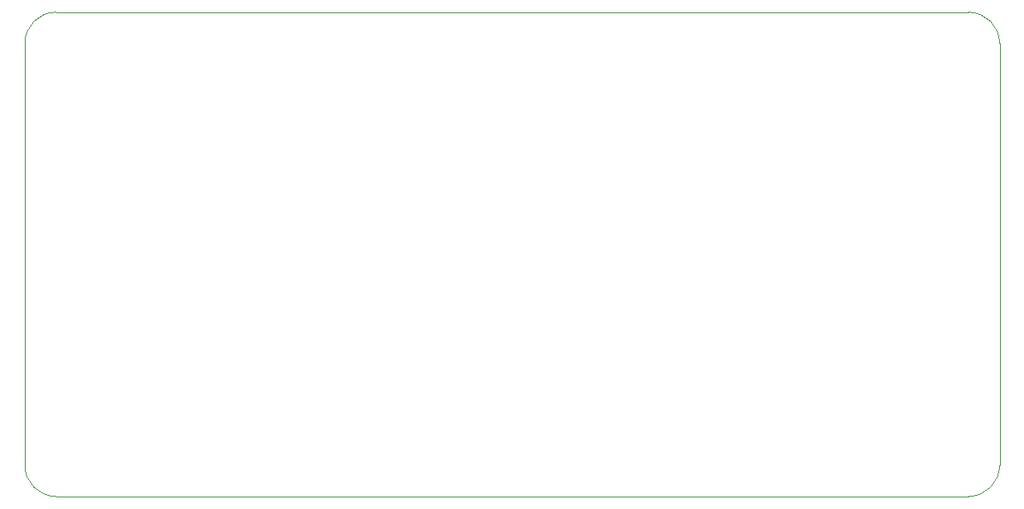
<source format=gbr>
G04 (created by PCBNEW (22-Jun-2014 BZR 4027)-stable) date Sun 10 Jun 2018 01:47:27 AM CDT*
%MOIN*%
G04 Gerber Fmt 3.4, Leading zero omitted, Abs format*
%FSLAX34Y34*%
G01*
G70*
G90*
G04 APERTURE LIST*
%ADD10C,0.00393701*%
G04 APERTURE END LIST*
G54D10*
X106750Y-52750D02*
G75*
G03X105500Y-51500I-1250J0D01*
G74*
G01*
X105500Y-71000D02*
G75*
G03X106750Y-69750I0J1250D01*
G74*
G01*
X67500Y-69750D02*
G75*
G03X68750Y-71000I1250J0D01*
G74*
G01*
X68750Y-51500D02*
G75*
G03X67500Y-52750I0J-1250D01*
G74*
G01*
X105500Y-51500D02*
X68750Y-51500D01*
X106750Y-52750D02*
X106750Y-69750D01*
X68750Y-71000D02*
X105500Y-71000D01*
X67500Y-52750D02*
X67500Y-69750D01*
M02*

</source>
